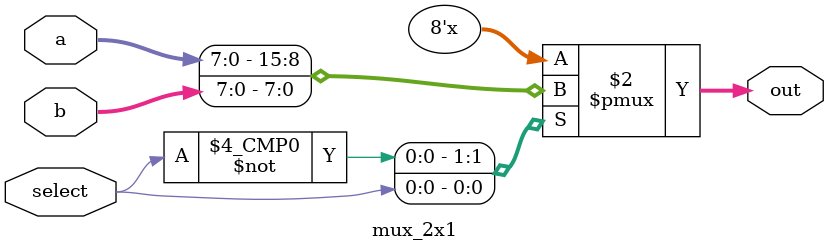
<source format=sv>
module mux_2x1(
  input [7:0]a,b,
  input select,
  output reg [7:0]out
);
  
  always @(*)begin
    case(select)
      1'b0: out=a;
      1'b1: out=b;
      default out=a;
    endcase
  end
endmodule

</source>
